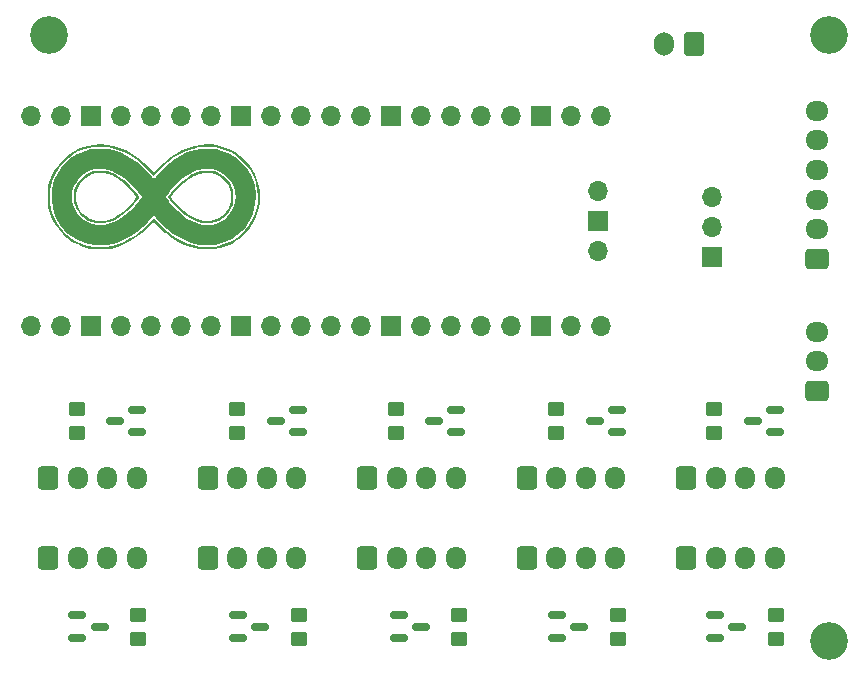
<source format=gbs>
%TF.GenerationSoftware,KiCad,Pcbnew,(6.0.8)*%
%TF.CreationDate,2023-01-05T14:05:37-07:00*%
%TF.ProjectId,PicoIO,5069636f-494f-42e6-9b69-6361645f7063,rev?*%
%TF.SameCoordinates,Original*%
%TF.FileFunction,Soldermask,Bot*%
%TF.FilePolarity,Negative*%
%FSLAX46Y46*%
G04 Gerber Fmt 4.6, Leading zero omitted, Abs format (unit mm)*
G04 Created by KiCad (PCBNEW (6.0.8)) date 2023-01-05 14:05:37*
%MOMM*%
%LPD*%
G01*
G04 APERTURE LIST*
G04 Aperture macros list*
%AMRoundRect*
0 Rectangle with rounded corners*
0 $1 Rounding radius*
0 $2 $3 $4 $5 $6 $7 $8 $9 X,Y pos of 4 corners*
0 Add a 4 corners polygon primitive as box body*
4,1,4,$2,$3,$4,$5,$6,$7,$8,$9,$2,$3,0*
0 Add four circle primitives for the rounded corners*
1,1,$1+$1,$2,$3*
1,1,$1+$1,$4,$5*
1,1,$1+$1,$6,$7*
1,1,$1+$1,$8,$9*
0 Add four rect primitives between the rounded corners*
20,1,$1+$1,$2,$3,$4,$5,0*
20,1,$1+$1,$4,$5,$6,$7,0*
20,1,$1+$1,$6,$7,$8,$9,0*
20,1,$1+$1,$8,$9,$2,$3,0*%
G04 Aperture macros list end*
%ADD10RoundRect,0.250000X-0.600000X-0.725000X0.600000X-0.725000X0.600000X0.725000X-0.600000X0.725000X0*%
%ADD11O,1.700000X1.950000*%
%ADD12O,1.700000X1.700000*%
%ADD13R,1.700000X1.700000*%
%ADD14RoundRect,0.250000X0.725000X-0.600000X0.725000X0.600000X-0.725000X0.600000X-0.725000X-0.600000X0*%
%ADD15O,1.950000X1.700000*%
%ADD16C,3.200000*%
%ADD17RoundRect,0.250000X0.600000X0.750000X-0.600000X0.750000X-0.600000X-0.750000X0.600000X-0.750000X0*%
%ADD18O,1.700000X2.000000*%
%ADD19RoundRect,0.150000X-0.587500X-0.150000X0.587500X-0.150000X0.587500X0.150000X-0.587500X0.150000X0*%
%ADD20RoundRect,0.250000X0.450000X-0.350000X0.450000X0.350000X-0.450000X0.350000X-0.450000X-0.350000X0*%
%ADD21RoundRect,0.150000X0.587500X0.150000X-0.587500X0.150000X-0.587500X-0.150000X0.587500X-0.150000X0*%
%ADD22RoundRect,0.250000X-0.450000X0.350000X-0.450000X-0.350000X0.450000X-0.350000X0.450000X0.350000X0*%
G04 APERTURE END LIST*
%TO.C,G\u002A\u002A\u002A*%
G36*
X168608579Y-76388662D02*
G01*
X168505888Y-76522426D01*
X168378187Y-76676415D01*
X168231299Y-76843471D01*
X168071049Y-77016432D01*
X167903260Y-77188138D01*
X167668813Y-77410589D01*
X167269892Y-77740177D01*
X166871509Y-78008076D01*
X166474932Y-78213571D01*
X166081432Y-78355946D01*
X165692279Y-78434485D01*
X165471262Y-78450649D01*
X165095270Y-78430285D01*
X164734241Y-78351294D01*
X164394315Y-78216959D01*
X164081629Y-78030564D01*
X163802325Y-77795390D01*
X163562539Y-77514721D01*
X163368412Y-77191839D01*
X163325134Y-77100159D01*
X163239800Y-76877158D01*
X163186783Y-76652583D01*
X163162258Y-76406508D01*
X163162310Y-76299430D01*
X163352129Y-76299430D01*
X163366852Y-76519799D01*
X163398298Y-76703461D01*
X163415448Y-76766291D01*
X163539725Y-77085256D01*
X163716494Y-77381632D01*
X163937893Y-77645746D01*
X164196063Y-77867924D01*
X164483143Y-78038494D01*
X164534005Y-78062027D01*
X164676693Y-78123142D01*
X164807845Y-78173076D01*
X164904316Y-78202800D01*
X165028565Y-78227914D01*
X165399037Y-78258955D01*
X165774643Y-78225916D01*
X166154584Y-78129107D01*
X166538064Y-77968841D01*
X166924282Y-77745430D01*
X167312441Y-77459184D01*
X167701742Y-77110417D01*
X167729709Y-77082993D01*
X167990190Y-76813973D01*
X168241493Y-76531593D01*
X168461391Y-76260716D01*
X168472587Y-76238986D01*
X168469775Y-76201279D01*
X168441020Y-76145074D01*
X168380771Y-76060263D01*
X168283476Y-75936737D01*
X168273372Y-75924226D01*
X168075030Y-75693344D01*
X167849901Y-75454394D01*
X167613720Y-75222835D01*
X167382219Y-75014130D01*
X167171135Y-74843739D01*
X167066042Y-74769543D01*
X166854776Y-74637600D01*
X166621739Y-74509005D01*
X166385075Y-74392973D01*
X166162930Y-74298721D01*
X165973449Y-74235464D01*
X165897616Y-74217960D01*
X165672662Y-74188672D01*
X165390286Y-74178830D01*
X165256552Y-74179753D01*
X165113219Y-74185984D01*
X164997001Y-74200762D01*
X164886129Y-74227173D01*
X164758836Y-74268301D01*
X164725217Y-74280185D01*
X164424679Y-74411495D01*
X164162587Y-74578637D01*
X163918414Y-74794460D01*
X163827371Y-74894299D01*
X163646469Y-75144893D01*
X163499681Y-75422247D01*
X163400609Y-75702508D01*
X163372615Y-75852079D01*
X163354070Y-76068231D01*
X163352129Y-76299430D01*
X163162310Y-76299430D01*
X163162397Y-76119005D01*
X163165122Y-76057289D01*
X163202734Y-75722014D01*
X163281323Y-75424190D01*
X163406493Y-75151098D01*
X163583846Y-74890015D01*
X163818985Y-74628221D01*
X163969759Y-74487519D01*
X164208513Y-74309233D01*
X164470129Y-74169748D01*
X164774724Y-74057043D01*
X164988175Y-74009597D01*
X165248774Y-73984150D01*
X165526355Y-73983318D01*
X165798971Y-74007124D01*
X166044675Y-74055595D01*
X166222344Y-74110025D01*
X166618647Y-74276428D01*
X167016795Y-74504609D01*
X167413745Y-74792695D01*
X167806456Y-75138818D01*
X167809632Y-75141874D01*
X167943278Y-75275030D01*
X168086976Y-75425723D01*
X168232811Y-75584835D01*
X168372869Y-75743251D01*
X168499234Y-75891855D01*
X168603992Y-76021529D01*
X168679228Y-76123158D01*
X168717026Y-76187624D01*
X168715634Y-76210457D01*
X168701654Y-76238986D01*
X168680436Y-76282286D01*
X168608579Y-76388662D01*
G37*
G36*
X176679707Y-76335363D02*
G01*
X176676627Y-76503840D01*
X176669247Y-76630897D01*
X176655963Y-76731455D01*
X176635171Y-76820434D01*
X176605267Y-76912755D01*
X176486219Y-77190616D01*
X176291324Y-77508886D01*
X176051247Y-77789354D01*
X175772145Y-78026944D01*
X175460176Y-78216583D01*
X175121498Y-78353194D01*
X174762267Y-78431704D01*
X174714393Y-78437416D01*
X174328240Y-78446969D01*
X173936743Y-78392804D01*
X173541321Y-78275547D01*
X173143392Y-78095825D01*
X172744373Y-77854265D01*
X172345684Y-77551494D01*
X171948740Y-77188138D01*
X171851943Y-77090248D01*
X171687764Y-76916946D01*
X171534464Y-76746496D01*
X171397866Y-76586057D01*
X171283794Y-76442790D01*
X171198072Y-76323855D01*
X171146524Y-76236413D01*
X171145040Y-76230144D01*
X171377938Y-76230144D01*
X171390608Y-76260716D01*
X171470520Y-76363251D01*
X171808108Y-76760629D01*
X172158714Y-77119195D01*
X172517199Y-77435034D01*
X172878423Y-77704231D01*
X173237249Y-77922873D01*
X173588537Y-78087044D01*
X173927148Y-78192832D01*
X174073996Y-78220149D01*
X174241547Y-78241814D01*
X174408365Y-78255940D01*
X174553525Y-78260759D01*
X174656102Y-78254498D01*
X174935581Y-78197794D01*
X175217469Y-78110507D01*
X175463539Y-77994059D01*
X175688348Y-77841358D01*
X175906455Y-77645310D01*
X176067277Y-77468788D01*
X176262342Y-77188272D01*
X176397935Y-76889157D01*
X176477076Y-76564153D01*
X176502786Y-76205969D01*
X176498133Y-76039952D01*
X176463575Y-75770806D01*
X176389740Y-75517552D01*
X176270041Y-75253223D01*
X176200429Y-75130652D01*
X175991425Y-74852768D01*
X175733706Y-74613480D01*
X175432532Y-74417190D01*
X175093163Y-74268301D01*
X174998023Y-74236795D01*
X174884834Y-74206678D01*
X174772231Y-74189035D01*
X174638447Y-74180780D01*
X174461714Y-74178830D01*
X174340088Y-74180503D01*
X174081524Y-74198171D01*
X173878551Y-74235464D01*
X173774038Y-74267722D01*
X173563460Y-74350022D01*
X173330709Y-74457990D01*
X173093929Y-74582409D01*
X172871265Y-74714063D01*
X172680865Y-74843739D01*
X172669733Y-74852093D01*
X172457073Y-75025066D01*
X172224888Y-75235478D01*
X171988912Y-75467867D01*
X171764879Y-75706774D01*
X171568524Y-75936737D01*
X171493385Y-76031445D01*
X171423775Y-76125618D01*
X171387143Y-76188481D01*
X171377938Y-76230144D01*
X171145040Y-76230144D01*
X171134973Y-76187624D01*
X171135403Y-76186527D01*
X171174245Y-76121010D01*
X171250323Y-76018561D01*
X171355724Y-75888296D01*
X171482533Y-75739333D01*
X171622834Y-75580787D01*
X171768713Y-75421774D01*
X171912254Y-75271413D01*
X172045544Y-75138818D01*
X172222292Y-74975336D01*
X172617295Y-74655208D01*
X173015163Y-74393962D01*
X173412854Y-74193467D01*
X173807325Y-74055595D01*
X174042043Y-74008660D01*
X174313972Y-73983820D01*
X174591786Y-73983621D01*
X174853536Y-74008037D01*
X175077275Y-74057043D01*
X175279073Y-74127049D01*
X175553729Y-74255591D01*
X175798338Y-74418641D01*
X176033015Y-74628221D01*
X176202209Y-74809510D01*
X176361739Y-75018511D01*
X176487744Y-75239147D01*
X176593973Y-75492603D01*
X176627820Y-75590402D01*
X176651661Y-75677555D01*
X176666998Y-75768451D01*
X176675647Y-75878350D01*
X176679426Y-76022512D01*
X176680115Y-76205969D01*
X176680153Y-76216199D01*
X176679707Y-76335363D01*
G37*
G36*
X178913328Y-76537173D02*
G01*
X178892999Y-76814481D01*
X178858599Y-77048251D01*
X178770881Y-77408062D01*
X178595039Y-77909802D01*
X178365668Y-78380828D01*
X178086389Y-78817739D01*
X177760824Y-79217134D01*
X177392595Y-79575612D01*
X176985326Y-79889772D01*
X176542637Y-80156214D01*
X176068151Y-80371536D01*
X175565491Y-80532338D01*
X175038277Y-80635218D01*
X175017592Y-80637878D01*
X174805116Y-80654382D01*
X174551669Y-80659121D01*
X174277522Y-80652889D01*
X174002945Y-80636478D01*
X173748209Y-80610684D01*
X173533585Y-80576299D01*
X173051081Y-80451446D01*
X172519020Y-80253644D01*
X171991495Y-79994813D01*
X171472419Y-79676895D01*
X170965706Y-79301832D01*
X170912822Y-79257804D01*
X170785140Y-79145423D01*
X170634537Y-79007126D01*
X170475590Y-78856406D01*
X170322875Y-78706758D01*
X169926000Y-78310225D01*
X169529125Y-78707224D01*
X169436950Y-78798244D01*
X168939567Y-79248766D01*
X168436155Y-79636097D01*
X167924525Y-79961515D01*
X167402484Y-80226297D01*
X166867844Y-80431719D01*
X166318415Y-80579058D01*
X166201930Y-80600379D01*
X165946438Y-80631005D01*
X165658722Y-80649287D01*
X165357911Y-80655046D01*
X165063136Y-80648104D01*
X164793529Y-80628281D01*
X164568220Y-80595399D01*
X164505622Y-80582417D01*
X163979551Y-80438146D01*
X163483752Y-80238882D01*
X163021443Y-79987817D01*
X162595844Y-79688146D01*
X162210173Y-79343063D01*
X161867650Y-78955762D01*
X161571492Y-78529436D01*
X161324918Y-78067279D01*
X161131148Y-77572486D01*
X160993401Y-77048251D01*
X160977471Y-76958217D01*
X160948909Y-76704077D01*
X160934332Y-76414524D01*
X160934132Y-76337937D01*
X161128854Y-76337937D01*
X161138723Y-76603497D01*
X161158938Y-76841938D01*
X161189495Y-77034836D01*
X161246956Y-77269232D01*
X161415727Y-77771322D01*
X161638468Y-78243201D01*
X161912165Y-78680913D01*
X162233806Y-79080501D01*
X162600377Y-79438011D01*
X163008865Y-79749484D01*
X163456257Y-80010966D01*
X163866787Y-80191874D01*
X164359691Y-80345270D01*
X164865489Y-80437765D01*
X165379975Y-80469622D01*
X165898943Y-80441109D01*
X166418188Y-80352489D01*
X166933504Y-80204028D01*
X167440685Y-79995991D01*
X167935526Y-79728643D01*
X168033175Y-79668293D01*
X168313880Y-79483281D01*
X168577163Y-79289640D01*
X168836728Y-79076299D01*
X169106282Y-78832188D01*
X169399533Y-78546236D01*
X169926000Y-78018250D01*
X170452467Y-78546236D01*
X170494336Y-78587986D01*
X170669912Y-78758598D01*
X170849047Y-78926428D01*
X171019632Y-79080487D01*
X171169557Y-79209786D01*
X171286714Y-79303334D01*
X171328592Y-79334311D01*
X171826945Y-79671851D01*
X172320801Y-79947668D01*
X172815026Y-80163915D01*
X173314482Y-80322745D01*
X173824037Y-80426311D01*
X174098045Y-80458121D01*
X174612681Y-80470407D01*
X175118282Y-80422081D01*
X175610061Y-80315601D01*
X176083234Y-80153422D01*
X176533011Y-79938002D01*
X176954608Y-79671796D01*
X177343236Y-79357260D01*
X177694110Y-78996852D01*
X178002443Y-78593026D01*
X178263449Y-78148240D01*
X178265928Y-78143348D01*
X178478399Y-77654869D01*
X178628155Y-77154769D01*
X178714827Y-76646466D01*
X178738044Y-76133379D01*
X178697438Y-75618928D01*
X178592636Y-75106530D01*
X178558144Y-74984959D01*
X178382530Y-74505121D01*
X178151475Y-74056406D01*
X177863017Y-73635413D01*
X177515195Y-73238745D01*
X177268802Y-73005037D01*
X176863653Y-72689351D01*
X176426876Y-72428409D01*
X175954494Y-72219953D01*
X175442528Y-72061725D01*
X175360071Y-72041462D01*
X175241449Y-72015329D01*
X175130894Y-71996874D01*
X175013833Y-71984761D01*
X174875697Y-71977648D01*
X174701914Y-71974197D01*
X174477913Y-71973068D01*
X174467198Y-71973052D01*
X174236966Y-71973855D01*
X174055973Y-71977738D01*
X173909302Y-71985866D01*
X173782035Y-71999404D01*
X173659255Y-72019516D01*
X173526045Y-72047365D01*
X173234332Y-72121585D01*
X172690037Y-72309574D01*
X172158294Y-72559469D01*
X171638384Y-72871722D01*
X171129591Y-73246788D01*
X170631198Y-73685120D01*
X170142489Y-74187171D01*
X169926000Y-74426000D01*
X169709159Y-74187171D01*
X169441526Y-73903469D01*
X168948645Y-73437545D01*
X168446443Y-73035030D01*
X167933997Y-72695338D01*
X167410382Y-72417886D01*
X166874676Y-72202090D01*
X166325955Y-72047365D01*
X166320092Y-72046055D01*
X166187603Y-72018546D01*
X166064933Y-71998727D01*
X165937164Y-71985434D01*
X165789378Y-71977503D01*
X165606658Y-71973769D01*
X165374087Y-71973068D01*
X165240899Y-71973503D01*
X165046435Y-71975813D01*
X164894118Y-71981213D01*
X164769451Y-71991021D01*
X164657938Y-72006554D01*
X164545084Y-72029127D01*
X164416391Y-72060057D01*
X164025063Y-72174626D01*
X163553276Y-72364161D01*
X163118673Y-72602715D01*
X162714481Y-72894132D01*
X162333931Y-73242254D01*
X162092080Y-73509179D01*
X161782815Y-73929776D01*
X161529303Y-74383329D01*
X161331444Y-74870025D01*
X161189139Y-75390051D01*
X161161361Y-75562777D01*
X161140169Y-75799153D01*
X161129334Y-76063681D01*
X161128854Y-76337937D01*
X160934132Y-76337937D01*
X160933534Y-76109223D01*
X160946309Y-75807839D01*
X160972452Y-75530039D01*
X161011756Y-75295488D01*
X161145927Y-74805673D01*
X161335156Y-74328021D01*
X161576714Y-73884240D01*
X161873990Y-73468155D01*
X162230371Y-73073590D01*
X162490653Y-72829317D01*
X162797254Y-72584407D01*
X163120835Y-72374428D01*
X163481686Y-72184971D01*
X163907342Y-72008212D01*
X164385499Y-71870147D01*
X164883937Y-71788603D01*
X165411365Y-71761670D01*
X165427273Y-71761690D01*
X165970439Y-71795568D01*
X166510455Y-71893421D01*
X167045705Y-72054471D01*
X167574574Y-72277937D01*
X168095446Y-72563040D01*
X168606705Y-72909000D01*
X169106735Y-73315037D01*
X169593921Y-73780371D01*
X169926000Y-74122476D01*
X170258079Y-73780371D01*
X170272123Y-73765935D01*
X170759707Y-73302323D01*
X171260088Y-72898031D01*
X171771651Y-72553839D01*
X172292779Y-72270527D01*
X172821858Y-72048874D01*
X173357270Y-71889660D01*
X173897401Y-71793666D01*
X174440635Y-71761670D01*
X174782016Y-71773218D01*
X175317707Y-71840532D01*
X175828933Y-71967820D01*
X176315316Y-72154926D01*
X176776478Y-72401693D01*
X177212041Y-72707966D01*
X177621628Y-73073590D01*
X177961038Y-73447252D01*
X178261291Y-73862071D01*
X178505651Y-74304266D01*
X178697506Y-74780013D01*
X178840244Y-75295488D01*
X178858063Y-75385879D01*
X178891955Y-75640680D01*
X178912600Y-75930607D01*
X178917377Y-76133379D01*
X178919794Y-76235993D01*
X178913328Y-76537173D01*
G37*
G36*
X178453379Y-77229147D02*
G01*
X178306676Y-77696350D01*
X178099616Y-78142731D01*
X177831492Y-78570713D01*
X177721755Y-78718373D01*
X177379582Y-79108886D01*
X176999448Y-79446963D01*
X176581871Y-79732282D01*
X176127371Y-79964518D01*
X175636465Y-80143349D01*
X175109673Y-80268450D01*
X175035370Y-80279916D01*
X174807873Y-80299556D01*
X174543299Y-80305508D01*
X174260402Y-80298486D01*
X173977938Y-80279204D01*
X173714659Y-80248377D01*
X173489320Y-80206720D01*
X173111537Y-80101559D01*
X172589224Y-79900627D01*
X172074725Y-79638149D01*
X171570857Y-79315977D01*
X171080434Y-78935966D01*
X170606272Y-78499967D01*
X170151186Y-78009833D01*
X170095704Y-77946209D01*
X170014223Y-77856167D01*
X169954290Y-77794300D01*
X169926000Y-77771301D01*
X169913233Y-77779971D01*
X169864599Y-77827755D01*
X169790427Y-77907941D01*
X169700813Y-78009833D01*
X169443920Y-78295383D01*
X168986075Y-78746149D01*
X168509016Y-79146407D01*
X168017551Y-79492585D01*
X167516490Y-79781111D01*
X167010639Y-80008413D01*
X166955530Y-80029284D01*
X166449712Y-80185113D01*
X165941889Y-80279385D01*
X165436541Y-80313389D01*
X164938149Y-80288418D01*
X164451192Y-80205760D01*
X163980151Y-80066709D01*
X163529507Y-79872553D01*
X163103740Y-79624585D01*
X162707331Y-79324095D01*
X162344760Y-78972374D01*
X162020507Y-78570713D01*
X161929378Y-78437677D01*
X161680574Y-78004158D01*
X161492612Y-77551477D01*
X161364783Y-77077209D01*
X161296381Y-76578928D01*
X161288649Y-76159959D01*
X163002214Y-76159959D01*
X163019641Y-76522576D01*
X163093167Y-76868529D01*
X163104665Y-76905124D01*
X163256577Y-77275530D01*
X163460113Y-77608395D01*
X163712054Y-77900504D01*
X164009183Y-78148640D01*
X164348280Y-78349588D01*
X164726127Y-78500133D01*
X164843979Y-78531429D01*
X165105761Y-78572756D01*
X165391574Y-78587908D01*
X165677858Y-78576175D01*
X165941051Y-78536844D01*
X166330522Y-78421940D01*
X166732314Y-78244066D01*
X167134935Y-78007773D01*
X167534393Y-77715983D01*
X167926697Y-77371616D01*
X168307856Y-76977594D01*
X168673878Y-76536836D01*
X168917159Y-76221327D01*
X170934841Y-76221327D01*
X171180879Y-76542743D01*
X171233497Y-76609683D01*
X171393527Y-76798869D01*
X171580948Y-77004673D01*
X171784479Y-77215865D01*
X171992844Y-77421218D01*
X172194762Y-77609503D01*
X172378956Y-77769492D01*
X172534145Y-77889956D01*
X172786007Y-78057695D01*
X173191674Y-78281459D01*
X173595454Y-78445370D01*
X174002893Y-78551930D01*
X174038732Y-78558512D01*
X174426811Y-78594913D01*
X174813156Y-78568803D01*
X175188232Y-78480753D01*
X175211657Y-78473017D01*
X175559470Y-78324086D01*
X175874637Y-78125396D01*
X176153143Y-77883322D01*
X176390968Y-77604237D01*
X176584096Y-77294518D01*
X176728510Y-76960538D01*
X176820191Y-76608672D01*
X176855123Y-76245294D01*
X176829289Y-75876780D01*
X176781250Y-75631513D01*
X176686432Y-75330061D01*
X176551310Y-75055726D01*
X176368400Y-74794095D01*
X176130217Y-74530755D01*
X176097082Y-74497738D01*
X175953942Y-74362141D01*
X175829505Y-74260089D01*
X175705398Y-74177652D01*
X175563245Y-74100898D01*
X175527840Y-74083433D01*
X175237283Y-73959680D01*
X174959440Y-73881909D01*
X174671168Y-73845239D01*
X174349324Y-73844785D01*
X174208914Y-73853808D01*
X174034269Y-73871150D01*
X173880130Y-73892751D01*
X173768637Y-73915898D01*
X173590842Y-73972552D01*
X173286464Y-74096713D01*
X172976013Y-74253210D01*
X172681556Y-74431572D01*
X172671182Y-74438516D01*
X172442635Y-74607225D01*
X172192086Y-74817934D01*
X171931665Y-75058524D01*
X171673504Y-75316881D01*
X171429733Y-75580886D01*
X171212481Y-75838424D01*
X171033880Y-76077379D01*
X170934841Y-76221327D01*
X168917159Y-76221327D01*
X168818120Y-76077379D01*
X168810487Y-76066336D01*
X168629719Y-75826194D01*
X168410892Y-75568059D01*
X168166137Y-75304048D01*
X167907585Y-75046278D01*
X167647365Y-74806864D01*
X167397607Y-74597923D01*
X167170443Y-74431572D01*
X166988973Y-74317803D01*
X166681912Y-74151918D01*
X166372686Y-74014461D01*
X166083363Y-73915898D01*
X165997678Y-73897233D01*
X165850126Y-73875117D01*
X165677745Y-73856731D01*
X165502676Y-73844785D01*
X165463073Y-73843145D01*
X165146285Y-73847529D01*
X164860398Y-73888695D01*
X164582269Y-73971523D01*
X164288755Y-74100898D01*
X164257416Y-74116762D01*
X164120433Y-74193544D01*
X163997750Y-74278849D01*
X163870991Y-74386609D01*
X163721782Y-74530755D01*
X163608220Y-74649827D01*
X163489129Y-74785321D01*
X163389261Y-74909819D01*
X163322614Y-75006634D01*
X163270697Y-75100633D01*
X163129326Y-75436137D01*
X163039304Y-75793529D01*
X163002214Y-76159959D01*
X161288649Y-76159959D01*
X161286698Y-76054209D01*
X161296506Y-75854319D01*
X161322548Y-75578961D01*
X161365568Y-75328530D01*
X161430042Y-75079136D01*
X161520448Y-74806888D01*
X161710682Y-74365331D01*
X161962724Y-73935676D01*
X162266028Y-73539824D01*
X162616308Y-73182131D01*
X163009279Y-72866954D01*
X163440656Y-72598648D01*
X163906154Y-72381571D01*
X164133760Y-72297516D01*
X164351930Y-72232087D01*
X164568604Y-72185885D01*
X164800226Y-72156149D01*
X165063239Y-72140118D01*
X165374087Y-72135029D01*
X165478689Y-72135189D01*
X165751353Y-72140278D01*
X165982353Y-72154226D01*
X166188804Y-72179542D01*
X166387819Y-72218734D01*
X166596511Y-72274313D01*
X166831995Y-72348786D01*
X167222486Y-72501375D01*
X167656699Y-72718964D01*
X168093304Y-72984172D01*
X168522459Y-73289949D01*
X168934323Y-73629242D01*
X169319056Y-73995001D01*
X169666816Y-74380172D01*
X169760331Y-74491303D01*
X169842076Y-74585554D01*
X169900201Y-74649312D01*
X169926000Y-74672749D01*
X169950465Y-74650699D01*
X170007716Y-74588047D01*
X170088857Y-74494596D01*
X170185184Y-74380172D01*
X170505030Y-74023745D01*
X170887293Y-73656260D01*
X171297437Y-73314703D01*
X171725621Y-73006125D01*
X172162004Y-72737578D01*
X172596746Y-72516115D01*
X173020005Y-72348786D01*
X173103661Y-72321343D01*
X173328174Y-72253537D01*
X173531680Y-72203778D01*
X173731294Y-72169557D01*
X173944128Y-72148365D01*
X174187296Y-72137692D01*
X174477913Y-72135029D01*
X174779068Y-72139781D01*
X175043438Y-72155395D01*
X175275857Y-72184619D01*
X175492770Y-72230215D01*
X175710618Y-72294946D01*
X175945846Y-72381571D01*
X176394622Y-72589634D01*
X176827344Y-72856113D01*
X177221820Y-73169626D01*
X177573764Y-73525816D01*
X177878891Y-73920327D01*
X178132915Y-74348803D01*
X178331552Y-74806888D01*
X178392515Y-74984642D01*
X178465843Y-75239538D01*
X178516099Y-75486838D01*
X178547759Y-75750431D01*
X178565301Y-76054209D01*
X178568544Y-76222569D01*
X178567306Y-76245294D01*
X178540433Y-76738695D01*
X178453379Y-77229147D01*
G37*
%TD*%
D10*
%TO.C,J5*%
X215000000Y-99975000D03*
D11*
X217500000Y-99975000D03*
X220000000Y-99975000D03*
X222500000Y-99975000D03*
%TD*%
D12*
%TO.C,U1*%
X159512000Y-87122000D03*
X162052000Y-87122000D03*
D13*
X164592000Y-87122000D03*
D12*
X167132000Y-87122000D03*
X169672000Y-87122000D03*
X172212000Y-87122000D03*
X174752000Y-87122000D03*
D13*
X177292000Y-87122000D03*
D12*
X179832000Y-87122000D03*
X182372000Y-87122000D03*
X184912000Y-87122000D03*
X187452000Y-87122000D03*
D13*
X189992000Y-87122000D03*
D12*
X192532000Y-87122000D03*
X195072000Y-87122000D03*
X197612000Y-87122000D03*
X200152000Y-87122000D03*
D13*
X202692000Y-87122000D03*
D12*
X205232000Y-87122000D03*
X207772000Y-87122000D03*
X207772000Y-69342000D03*
X205232000Y-69342000D03*
D13*
X202692000Y-69342000D03*
D12*
X200152000Y-69342000D03*
X197612000Y-69342000D03*
X195072000Y-69342000D03*
X192532000Y-69342000D03*
D13*
X189992000Y-69342000D03*
D12*
X187452000Y-69342000D03*
X184912000Y-69342000D03*
X182372000Y-69342000D03*
X179832000Y-69342000D03*
D13*
X177292000Y-69342000D03*
D12*
X174752000Y-69342000D03*
X172212000Y-69342000D03*
X169672000Y-69342000D03*
X167132000Y-69342000D03*
D13*
X164592000Y-69342000D03*
D12*
X162052000Y-69342000D03*
X159512000Y-69342000D03*
X207542000Y-80772000D03*
D13*
X207542000Y-78232000D03*
D12*
X207542000Y-75692000D03*
%TD*%
D10*
%TO.C,J10*%
X215000000Y-106750000D03*
D11*
X217500000Y-106750000D03*
X220000000Y-106750000D03*
X222500000Y-106750000D03*
%TD*%
D14*
%TO.C,J11*%
X226043000Y-92610000D03*
D15*
X226043000Y-90110000D03*
X226043000Y-87610000D03*
%TD*%
D10*
%TO.C,J6*%
X161000000Y-106750000D03*
D11*
X163500000Y-106750000D03*
X166000000Y-106750000D03*
X168500000Y-106750000D03*
%TD*%
D16*
%TO.C,REF\u002A\u002A*%
X227076000Y-62484000D03*
%TD*%
D10*
%TO.C,J7*%
X174500000Y-106750000D03*
D11*
X177000000Y-106750000D03*
X179500000Y-106750000D03*
X182000000Y-106750000D03*
%TD*%
D10*
%TO.C,J3*%
X188000000Y-99975000D03*
D11*
X190500000Y-99975000D03*
X193000000Y-99975000D03*
X195500000Y-99975000D03*
%TD*%
D10*
%TO.C,J4*%
X201500000Y-99975000D03*
D11*
X204000000Y-99975000D03*
X206500000Y-99975000D03*
X209000000Y-99975000D03*
%TD*%
D10*
%TO.C,J1*%
X161000000Y-99975000D03*
D11*
X163500000Y-99975000D03*
X166000000Y-99975000D03*
X168500000Y-99975000D03*
%TD*%
D14*
%TO.C,J12*%
X226060000Y-81434000D03*
D15*
X226060000Y-78934000D03*
X226060000Y-76434000D03*
X226060000Y-73934000D03*
X226060000Y-71434000D03*
X226060000Y-68934000D03*
%TD*%
D10*
%TO.C,J2*%
X174500000Y-99975000D03*
D11*
X177000000Y-99975000D03*
X179500000Y-99975000D03*
X182000000Y-99975000D03*
%TD*%
D13*
%TO.C,J13*%
X217170000Y-81265000D03*
D12*
X217170000Y-78725000D03*
X217170000Y-76185000D03*
%TD*%
D10*
%TO.C,J9*%
X201500000Y-106750000D03*
D11*
X204000000Y-106750000D03*
X206500000Y-106750000D03*
X209000000Y-106750000D03*
%TD*%
D16*
%TO.C,REF\u002A\u002A*%
X227076000Y-113810051D03*
%TD*%
%TO.C,REF\u002A\u002A*%
X161036000Y-62484000D03*
%TD*%
D17*
%TO.C,J14*%
X215646000Y-63263000D03*
D18*
X213146000Y-63263000D03*
%TD*%
D10*
%TO.C,J8*%
X188000000Y-106750000D03*
D11*
X190500000Y-106750000D03*
X193000000Y-106750000D03*
X195500000Y-106750000D03*
%TD*%
D19*
%TO.C,Q9*%
X204062500Y-113550000D03*
X204062500Y-111650000D03*
X205937500Y-112600000D03*
%TD*%
D20*
%TO.C,R2*%
X177000000Y-96200000D03*
X177000000Y-94200000D03*
%TD*%
D21*
%TO.C,Q5*%
X222537500Y-94250000D03*
X222537500Y-96150000D03*
X220662500Y-95200000D03*
%TD*%
%TO.C,Q3*%
X195537500Y-94250000D03*
X195537500Y-96150000D03*
X193662500Y-95200000D03*
%TD*%
D20*
%TO.C,R4*%
X204000000Y-96200000D03*
X204000000Y-94200000D03*
%TD*%
%TO.C,R3*%
X190400000Y-96200000D03*
X190400000Y-94200000D03*
%TD*%
%TO.C,R5*%
X217400000Y-96200000D03*
X217400000Y-94200000D03*
%TD*%
%TO.C,R1*%
X163400000Y-96200000D03*
X163400000Y-94200000D03*
%TD*%
D22*
%TO.C,R7*%
X182200000Y-111600000D03*
X182200000Y-113600000D03*
%TD*%
D21*
%TO.C,Q2*%
X182137500Y-94250000D03*
X182137500Y-96150000D03*
X180262500Y-95200000D03*
%TD*%
%TO.C,Q4*%
X209137500Y-94250000D03*
X209137500Y-96150000D03*
X207262500Y-95200000D03*
%TD*%
D19*
%TO.C,Q7*%
X177062500Y-113550000D03*
X177062500Y-111650000D03*
X178937500Y-112600000D03*
%TD*%
D22*
%TO.C,R10*%
X222600000Y-111600000D03*
X222600000Y-113600000D03*
%TD*%
%TO.C,R8*%
X195800000Y-111600000D03*
X195800000Y-113600000D03*
%TD*%
D19*
%TO.C,Q10*%
X217462500Y-113550000D03*
X217462500Y-111650000D03*
X219337500Y-112600000D03*
%TD*%
%TO.C,Q8*%
X190662500Y-113550000D03*
X190662500Y-111650000D03*
X192537500Y-112600000D03*
%TD*%
D21*
%TO.C,Q1*%
X168537500Y-94250000D03*
X168537500Y-96150000D03*
X166662500Y-95200000D03*
%TD*%
D22*
%TO.C,R9*%
X209200000Y-111600000D03*
X209200000Y-113600000D03*
%TD*%
D19*
%TO.C,Q6*%
X163462500Y-113550000D03*
X163462500Y-111650000D03*
X165337500Y-112600000D03*
%TD*%
D22*
%TO.C,R6*%
X168600000Y-111600000D03*
X168600000Y-113600000D03*
%TD*%
M02*

</source>
